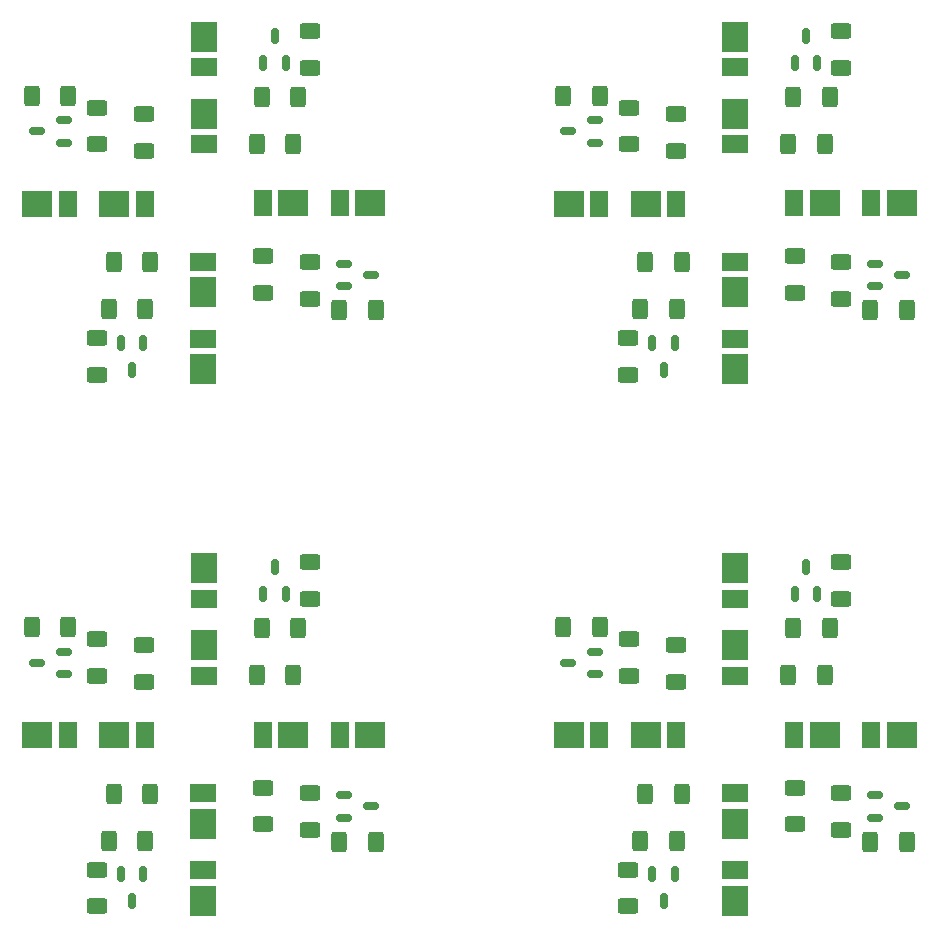
<source format=gbr>
%TF.GenerationSoftware,KiCad,Pcbnew,7.0.1*%
%TF.CreationDate,2023-09-10T14:17:03+09:00*%
%TF.ProjectId,logic_block,6c6f6769-635f-4626-9c6f-636b2e6b6963,rev?*%
%TF.SameCoordinates,Original*%
%TF.FileFunction,Paste,Top*%
%TF.FilePolarity,Positive*%
%FSLAX46Y46*%
G04 Gerber Fmt 4.6, Leading zero omitted, Abs format (unit mm)*
G04 Created by KiCad (PCBNEW 7.0.1) date 2023-09-10 14:17:03*
%MOMM*%
%LPD*%
G01*
G04 APERTURE LIST*
G04 Aperture macros list*
%AMRoundRect*
0 Rectangle with rounded corners*
0 $1 Rounding radius*
0 $2 $3 $4 $5 $6 $7 $8 $9 X,Y pos of 4 corners*
0 Add a 4 corners polygon primitive as box body*
4,1,4,$2,$3,$4,$5,$6,$7,$8,$9,$2,$3,0*
0 Add four circle primitives for the rounded corners*
1,1,$1+$1,$2,$3*
1,1,$1+$1,$4,$5*
1,1,$1+$1,$6,$7*
1,1,$1+$1,$8,$9*
0 Add four rect primitives between the rounded corners*
20,1,$1+$1,$2,$3,$4,$5,0*
20,1,$1+$1,$4,$5,$6,$7,0*
20,1,$1+$1,$6,$7,$8,$9,0*
20,1,$1+$1,$8,$9,$2,$3,0*%
G04 Aperture macros list end*
%ADD10RoundRect,0.250000X0.625000X-0.400000X0.625000X0.400000X-0.625000X0.400000X-0.625000X-0.400000X0*%
%ADD11RoundRect,0.250000X-0.625000X0.400000X-0.625000X-0.400000X0.625000X-0.400000X0.625000X0.400000X0*%
%ADD12RoundRect,0.250000X0.400000X0.625000X-0.400000X0.625000X-0.400000X-0.625000X0.400000X-0.625000X0*%
%ADD13RoundRect,0.250000X-0.400000X-0.625000X0.400000X-0.625000X0.400000X0.625000X-0.400000X0.625000X0*%
%ADD14R,2.500000X2.200000*%
%ADD15R,1.550000X2.200000*%
%ADD16R,2.200000X2.500000*%
%ADD17R,2.200000X1.550000*%
%ADD18RoundRect,0.150000X-0.150000X0.512500X-0.150000X-0.512500X0.150000X-0.512500X0.150000X0.512500X0*%
%ADD19RoundRect,0.150000X0.512500X0.150000X-0.512500X0.150000X-0.512500X-0.150000X0.512500X-0.150000X0*%
%ADD20RoundRect,0.150000X-0.512500X-0.150000X0.512500X-0.150000X0.512500X0.150000X-0.512500X0.150000X0*%
%ADD21RoundRect,0.150000X0.150000X-0.512500X0.150000X0.512500X-0.150000X0.512500X-0.150000X-0.512500X0*%
G04 APERTURE END LIST*
D10*
%TO.C,R302*%
X168275000Y-57590000D03*
X168275000Y-54490000D03*
%TD*%
D11*
%TO.C,R308*%
X150225000Y-80490000D03*
X150225000Y-83590000D03*
%TD*%
D12*
%TO.C,R309*%
X154325000Y-78040000D03*
X151225000Y-78040000D03*
%TD*%
D13*
%TO.C,R305*%
X170725000Y-78140000D03*
X173825000Y-78140000D03*
%TD*%
D14*
%TO.C,D308*%
X151700000Y-69115000D03*
D15*
X154275000Y-69115000D03*
%TD*%
D11*
%TO.C,R304*%
X164300000Y-73565000D03*
X164300000Y-76665000D03*
%TD*%
D14*
%TO.C,D304*%
X166850000Y-69065000D03*
D15*
X164275000Y-69065000D03*
%TD*%
D13*
%TO.C,R301*%
X163775000Y-64040000D03*
X166875000Y-64040000D03*
%TD*%
%TO.C,R303*%
X164175000Y-60040000D03*
X167275000Y-60040000D03*
%TD*%
D16*
%TO.C,D301*%
X159275000Y-54965000D03*
D17*
X159275000Y-57540000D03*
%TD*%
D11*
%TO.C,R306*%
X168275000Y-74040000D03*
X168275000Y-77140000D03*
%TD*%
D16*
%TO.C,D306*%
X159250000Y-76615000D03*
D17*
X159250000Y-74040000D03*
%TD*%
D18*
%TO.C,Q303*%
X154175000Y-80902500D03*
X152275000Y-80902500D03*
X153225000Y-83177500D03*
%TD*%
D19*
%TO.C,Q304*%
X147412500Y-63940000D03*
X147412500Y-62040000D03*
X145137500Y-62990000D03*
%TD*%
D14*
%TO.C,D303*%
X173375000Y-69065000D03*
D15*
X170800000Y-69065000D03*
%TD*%
D20*
%TO.C,Q302*%
X171137500Y-74190000D03*
X171137500Y-76090000D03*
X173412500Y-75140000D03*
%TD*%
D10*
%TO.C,R312*%
X150275000Y-64090000D03*
X150275000Y-60990000D03*
%TD*%
D12*
%TO.C,R307*%
X154750000Y-74065000D03*
X151650000Y-74065000D03*
%TD*%
D14*
%TO.C,D307*%
X145175000Y-69115000D03*
D15*
X147750000Y-69115000D03*
%TD*%
D16*
%TO.C,D302*%
X159275000Y-61490000D03*
D17*
X159275000Y-64065000D03*
%TD*%
D16*
%TO.C,D305*%
X159250000Y-83140000D03*
D17*
X159250000Y-80565000D03*
%TD*%
D10*
%TO.C,R310*%
X154250000Y-64615000D03*
X154250000Y-61515000D03*
%TD*%
D21*
%TO.C,Q301*%
X164325000Y-57177500D03*
X166225000Y-57177500D03*
X165275000Y-54902500D03*
%TD*%
D12*
%TO.C,R311*%
X147825000Y-59990000D03*
X144725000Y-59990000D03*
%TD*%
D10*
%TO.C,R302*%
X168275000Y-102590000D03*
X168275000Y-99490000D03*
%TD*%
D11*
%TO.C,R308*%
X150225000Y-125490000D03*
X150225000Y-128590000D03*
%TD*%
D12*
%TO.C,R309*%
X154325000Y-123040000D03*
X151225000Y-123040000D03*
%TD*%
D13*
%TO.C,R305*%
X170725000Y-123140000D03*
X173825000Y-123140000D03*
%TD*%
D14*
%TO.C,D308*%
X151700000Y-114115000D03*
D15*
X154275000Y-114115000D03*
%TD*%
D11*
%TO.C,R304*%
X164300000Y-118565000D03*
X164300000Y-121665000D03*
%TD*%
D14*
%TO.C,D304*%
X166850000Y-114065000D03*
D15*
X164275000Y-114065000D03*
%TD*%
D13*
%TO.C,R301*%
X163775000Y-109040000D03*
X166875000Y-109040000D03*
%TD*%
%TO.C,R303*%
X164175000Y-105040000D03*
X167275000Y-105040000D03*
%TD*%
D16*
%TO.C,D301*%
X159275000Y-99965000D03*
D17*
X159275000Y-102540000D03*
%TD*%
D11*
%TO.C,R306*%
X168275000Y-119040000D03*
X168275000Y-122140000D03*
%TD*%
D16*
%TO.C,D306*%
X159250000Y-121615000D03*
D17*
X159250000Y-119040000D03*
%TD*%
D18*
%TO.C,Q303*%
X154175000Y-125902500D03*
X152275000Y-125902500D03*
X153225000Y-128177500D03*
%TD*%
D19*
%TO.C,Q304*%
X147412500Y-108940000D03*
X147412500Y-107040000D03*
X145137500Y-107990000D03*
%TD*%
D14*
%TO.C,D303*%
X173375000Y-114065000D03*
D15*
X170800000Y-114065000D03*
%TD*%
D20*
%TO.C,Q302*%
X171137500Y-119190000D03*
X171137500Y-121090000D03*
X173412500Y-120140000D03*
%TD*%
D10*
%TO.C,R312*%
X150275000Y-109090000D03*
X150275000Y-105990000D03*
%TD*%
D12*
%TO.C,R307*%
X154750000Y-119065000D03*
X151650000Y-119065000D03*
%TD*%
D14*
%TO.C,D307*%
X145175000Y-114115000D03*
D15*
X147750000Y-114115000D03*
%TD*%
D16*
%TO.C,D302*%
X159275000Y-106490000D03*
D17*
X159275000Y-109065000D03*
%TD*%
D16*
%TO.C,D305*%
X159250000Y-128140000D03*
D17*
X159250000Y-125565000D03*
%TD*%
D10*
%TO.C,R310*%
X154250000Y-109615000D03*
X154250000Y-106515000D03*
%TD*%
D21*
%TO.C,Q301*%
X164325000Y-102177500D03*
X166225000Y-102177500D03*
X165275000Y-99902500D03*
%TD*%
D12*
%TO.C,R311*%
X147825000Y-104990000D03*
X144725000Y-104990000D03*
%TD*%
D10*
%TO.C,R302*%
X123275000Y-102590000D03*
X123275000Y-99490000D03*
%TD*%
D11*
%TO.C,R308*%
X105225000Y-125490000D03*
X105225000Y-128590000D03*
%TD*%
D12*
%TO.C,R309*%
X109325000Y-123040000D03*
X106225000Y-123040000D03*
%TD*%
D13*
%TO.C,R305*%
X125725000Y-123140000D03*
X128825000Y-123140000D03*
%TD*%
D14*
%TO.C,D308*%
X106700000Y-114115000D03*
D15*
X109275000Y-114115000D03*
%TD*%
D11*
%TO.C,R304*%
X119300000Y-118565000D03*
X119300000Y-121665000D03*
%TD*%
D14*
%TO.C,D304*%
X121850000Y-114065000D03*
D15*
X119275000Y-114065000D03*
%TD*%
D13*
%TO.C,R301*%
X118775000Y-109040000D03*
X121875000Y-109040000D03*
%TD*%
%TO.C,R303*%
X119175000Y-105040000D03*
X122275000Y-105040000D03*
%TD*%
D16*
%TO.C,D301*%
X114275000Y-99965000D03*
D17*
X114275000Y-102540000D03*
%TD*%
D11*
%TO.C,R306*%
X123275000Y-119040000D03*
X123275000Y-122140000D03*
%TD*%
D16*
%TO.C,D306*%
X114250000Y-121615000D03*
D17*
X114250000Y-119040000D03*
%TD*%
D18*
%TO.C,Q303*%
X109175000Y-125902500D03*
X107275000Y-125902500D03*
X108225000Y-128177500D03*
%TD*%
D19*
%TO.C,Q304*%
X102412500Y-108940000D03*
X102412500Y-107040000D03*
X100137500Y-107990000D03*
%TD*%
D14*
%TO.C,D303*%
X128375000Y-114065000D03*
D15*
X125800000Y-114065000D03*
%TD*%
D20*
%TO.C,Q302*%
X126137500Y-119190000D03*
X126137500Y-121090000D03*
X128412500Y-120140000D03*
%TD*%
D10*
%TO.C,R312*%
X105275000Y-109090000D03*
X105275000Y-105990000D03*
%TD*%
D12*
%TO.C,R307*%
X109750000Y-119065000D03*
X106650000Y-119065000D03*
%TD*%
D14*
%TO.C,D307*%
X100175000Y-114115000D03*
D15*
X102750000Y-114115000D03*
%TD*%
D16*
%TO.C,D302*%
X114275000Y-106490000D03*
D17*
X114275000Y-109065000D03*
%TD*%
D16*
%TO.C,D305*%
X114250000Y-128140000D03*
D17*
X114250000Y-125565000D03*
%TD*%
D10*
%TO.C,R310*%
X109250000Y-109615000D03*
X109250000Y-106515000D03*
%TD*%
D21*
%TO.C,Q301*%
X119325000Y-102177500D03*
X121225000Y-102177500D03*
X120275000Y-99902500D03*
%TD*%
D12*
%TO.C,R311*%
X102825000Y-104990000D03*
X99725000Y-104990000D03*
%TD*%
D10*
%TO.C,R302*%
X123275000Y-57590000D03*
X123275000Y-54490000D03*
%TD*%
D11*
%TO.C,R308*%
X105225000Y-80490000D03*
X105225000Y-83590000D03*
%TD*%
D12*
%TO.C,R309*%
X109325000Y-78040000D03*
X106225000Y-78040000D03*
%TD*%
D13*
%TO.C,R305*%
X125725000Y-78140000D03*
X128825000Y-78140000D03*
%TD*%
D14*
%TO.C,D308*%
X106700000Y-69115000D03*
D15*
X109275000Y-69115000D03*
%TD*%
D11*
%TO.C,R304*%
X119300000Y-73565000D03*
X119300000Y-76665000D03*
%TD*%
D14*
%TO.C,D304*%
X121850000Y-69065000D03*
D15*
X119275000Y-69065000D03*
%TD*%
D13*
%TO.C,R301*%
X118775000Y-64040000D03*
X121875000Y-64040000D03*
%TD*%
%TO.C,R303*%
X119175000Y-60040000D03*
X122275000Y-60040000D03*
%TD*%
D16*
%TO.C,D301*%
X114275000Y-54965000D03*
D17*
X114275000Y-57540000D03*
%TD*%
D11*
%TO.C,R306*%
X123275000Y-74040000D03*
X123275000Y-77140000D03*
%TD*%
D16*
%TO.C,D306*%
X114250000Y-76615000D03*
D17*
X114250000Y-74040000D03*
%TD*%
D18*
%TO.C,Q303*%
X109175000Y-80902500D03*
X107275000Y-80902500D03*
X108225000Y-83177500D03*
%TD*%
D19*
%TO.C,Q304*%
X102412500Y-63940000D03*
X102412500Y-62040000D03*
X100137500Y-62990000D03*
%TD*%
D14*
%TO.C,D303*%
X128375000Y-69065000D03*
D15*
X125800000Y-69065000D03*
%TD*%
D20*
%TO.C,Q302*%
X126137500Y-74190000D03*
X126137500Y-76090000D03*
X128412500Y-75140000D03*
%TD*%
D10*
%TO.C,R312*%
X105275000Y-64090000D03*
X105275000Y-60990000D03*
%TD*%
D12*
%TO.C,R307*%
X109750000Y-74065000D03*
X106650000Y-74065000D03*
%TD*%
D14*
%TO.C,D307*%
X100175000Y-69115000D03*
D15*
X102750000Y-69115000D03*
%TD*%
D16*
%TO.C,D302*%
X114275000Y-61490000D03*
D17*
X114275000Y-64065000D03*
%TD*%
D16*
%TO.C,D305*%
X114250000Y-83140000D03*
D17*
X114250000Y-80565000D03*
%TD*%
D10*
%TO.C,R310*%
X109250000Y-64615000D03*
X109250000Y-61515000D03*
%TD*%
D21*
%TO.C,Q301*%
X119325000Y-57177500D03*
X121225000Y-57177500D03*
X120275000Y-54902500D03*
%TD*%
D12*
%TO.C,R311*%
X102825000Y-59990000D03*
X99725000Y-59990000D03*
%TD*%
M02*

</source>
